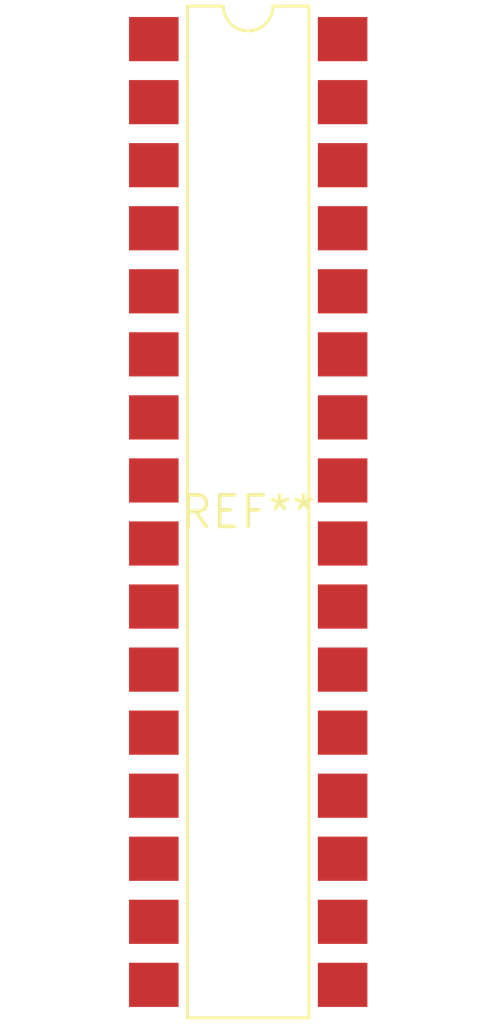
<source format=kicad_pcb>
(kicad_pcb (version 20240108) (generator pcbnew)
  (layers (0 "F.Cu" signal) (31 "B.Cu" signal) (34 "B.Paste" user) (35 "F.Paste" user) (36 "B.SilkS" user "B.Silkscreen") (37 "F.SilkS" user "F.Silkscreen") (38 "B.Mask" user) (39 "F.Mask" user) (44 "Edge.Cuts" user))
  (net 0 "")
  (footprint "SMDIP-32_W7.62mm" (layer "F.Cu") (at 0 0)
    (property "Reference" "REF**")
    (property "Value" "SMDIP-32_W7.62mm")
    (fp_line (start -2.45 -20.38) (end -2.45 20.38) (layer "F.SilkS") (stroke (width 0.12)))
    (fp_line (start -2.45 20.38) (end 2.45 20.38) (layer "F.SilkS") (stroke (width 0.12)))
    (fp_line (start -1 -20.38) (end -2.45 -20.38) (layer "F.SilkS") (stroke (width 0.12)))
    (fp_line (start 2.45 -20.38) (end 1 -20.38) (layer "F.SilkS") (stroke (width 0.12)))
    (fp_line (start 2.45 20.38) (end 2.45 -20.38) (layer "F.SilkS") (stroke (width 0.12)))
    (fp_arc (start 1 -20.38) (mid 0 -19.38) (end -1 -20.38) (layer "F.SilkS") (stroke (width 0.12)))
    (pad "1" smd rect (at -3.81 -19.05) (size 2 1.78) (layers "F.Cu" "F.Paste" "F.Mask"))
    (pad "2" smd rect (at -3.81 -16.51) (size 2 1.78) (layers "F.Cu" "F.Paste" "F.Mask"))
    (pad "3" smd rect (at -3.81 -13.97) (size 2 1.78) (layers "F.Cu" "F.Paste" "F.Mask"))
    (pad "4" smd rect (at -3.81 -11.43) (size 2 1.78) (layers "F.Cu" "F.Paste" "F.Mask"))
    (pad "5" smd rect (at -3.81 -8.89) (size 2 1.78) (layers "F.Cu" "F.Paste" "F.Mask"))
    (pad "6" smd rect (at -3.81 -6.35) (size 2 1.78) (layers "F.Cu" "F.Paste" "F.Mask"))
    (pad "7" smd rect (at -3.81 -3.81) (size 2 1.78) (layers "F.Cu" "F.Paste" "F.Mask"))
    (pad "8" smd rect (at -3.81 -1.27) (size 2 1.78) (layers "F.Cu" "F.Paste" "F.Mask"))
    (pad "9" smd rect (at -3.81 1.27) (size 2 1.78) (layers "F.Cu" "F.Paste" "F.Mask"))
    (pad "10" smd rect (at -3.81 3.81) (size 2 1.78) (layers "F.Cu" "F.Paste" "F.Mask"))
    (pad "11" smd rect (at -3.81 6.35) (size 2 1.78) (layers "F.Cu" "F.Paste" "F.Mask"))
    (pad "12" smd rect (at -3.81 8.89) (size 2 1.78) (layers "F.Cu" "F.Paste" "F.Mask"))
    (pad "13" smd rect (at -3.81 11.43) (size 2 1.78) (layers "F.Cu" "F.Paste" "F.Mask"))
    (pad "14" smd rect (at -3.81 13.97) (size 2 1.78) (layers "F.Cu" "F.Paste" "F.Mask"))
    (pad "15" smd rect (at -3.81 16.51) (size 2 1.78) (layers "F.Cu" "F.Paste" "F.Mask"))
    (pad "16" smd rect (at -3.81 19.05) (size 2 1.78) (layers "F.Cu" "F.Paste" "F.Mask"))
    (pad "17" smd rect (at 3.81 19.05) (size 2 1.78) (layers "F.Cu" "F.Paste" "F.Mask"))
    (pad "18" smd rect (at 3.81 16.51) (size 2 1.78) (layers "F.Cu" "F.Paste" "F.Mask"))
    (pad "19" smd rect (at 3.81 13.97) (size 2 1.78) (layers "F.Cu" "F.Paste" "F.Mask"))
    (pad "20" smd rect (at 3.81 11.43) (size 2 1.78) (layers "F.Cu" "F.Paste" "F.Mask"))
    (pad "21" smd rect (at 3.81 8.89) (size 2 1.78) (layers "F.Cu" "F.Paste" "F.Mask"))
    (pad "22" smd rect (at 3.81 6.35) (size 2 1.78) (layers "F.Cu" "F.Paste" "F.Mask"))
    (pad "23" smd rect (at 3.81 3.81) (size 2 1.78) (layers "F.Cu" "F.Paste" "F.Mask"))
    (pad "24" smd rect (at 3.81 1.27) (size 2 1.78) (layers "F.Cu" "F.Paste" "F.Mask"))
    (pad "25" smd rect (at 3.81 -1.27) (size 2 1.78) (layers "F.Cu" "F.Paste" "F.Mask"))
    (pad "26" smd rect (at 3.81 -3.81) (size 2 1.78) (layers "F.Cu" "F.Paste" "F.Mask"))
    (pad "27" smd rect (at 3.81 -6.35) (size 2 1.78) (layers "F.Cu" "F.Paste" "F.Mask"))
    (pad "28" smd rect (at 3.81 -8.89) (size 2 1.78) (layers "F.Cu" "F.Paste" "F.Mask"))
    (pad "29" smd rect (at 3.81 -11.43) (size 2 1.78) (layers "F.Cu" "F.Paste" "F.Mask"))
    (pad "30" smd rect (at 3.81 -13.97) (size 2 1.78) (layers "F.Cu" "F.Paste" "F.Mask"))
    (pad "31" smd rect (at 3.81 -16.51) (size 2 1.78) (layers "F.Cu" "F.Paste" "F.Mask"))
    (pad "32" smd rect (at 3.81 -19.05) (size 2 1.78) (layers "F.Cu" "F.Paste" "F.Mask"))
  )
)
</source>
